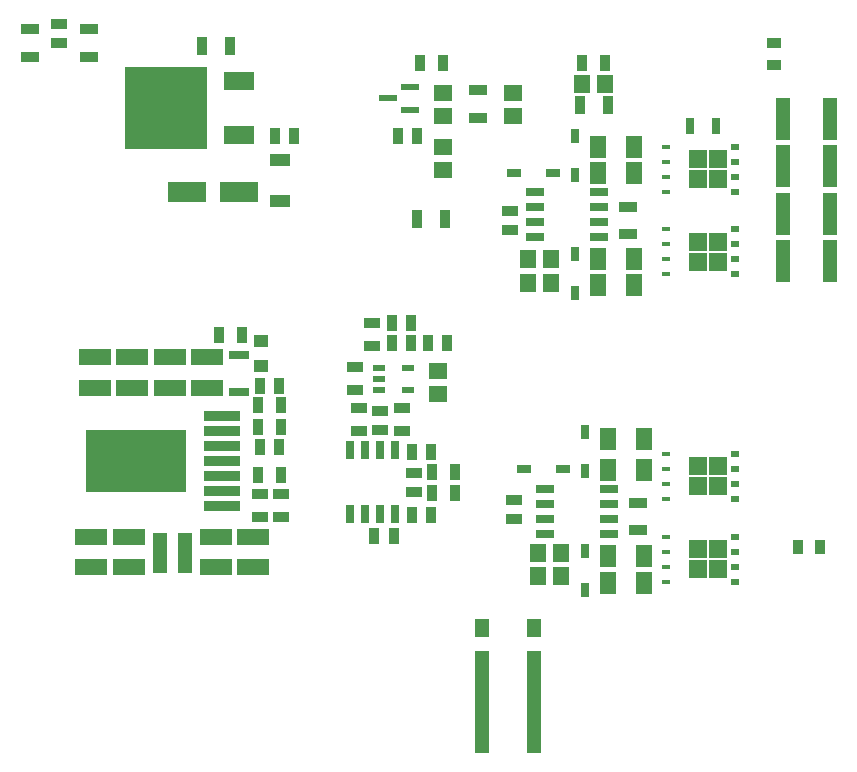
<source format=gtp>
G04*
G04 #@! TF.GenerationSoftware,Altium Limited,Altium Designer,20.1.12 (249)*
G04*
G04 Layer_Color=8421504*
%FSLAX44Y44*%
%MOMM*%
G71*
G04*
G04 #@! TF.SameCoordinates,85B36F8B-E135-4E31-A215-2F58F684B550*
G04*
G04*
G04 #@! TF.FilePolarity,Positive*
G04*
G01*
G75*
%ADD15R,1.5000X1.5000*%
%ADD16R,1.5000X1.5000*%
%ADD17R,0.7500X0.5000*%
%ADD18R,0.7500X0.4000*%
%ADD19R,1.2000X1.6000*%
%ADD20R,1.2000X8.7000*%
%ADD21R,1.2500X0.7500*%
%ADD22R,0.9500X1.4500*%
%ADD23R,1.5562X0.9562*%
%ADD24R,1.3900X0.9600*%
%ADD25R,0.9562X1.5562*%
%ADD26R,8.5400X5.3500*%
%ADD27R,3.0600X0.8900*%
%ADD28R,2.8200X1.4300*%
%ADD29R,1.2000X1.1000*%
%ADD30R,1.4500X0.9500*%
%ADD31R,1.5500X1.3500*%
%ADD32R,1.7000X1.0000*%
%ADD33R,0.9600X1.3900*%
%ADD34R,3.3000X1.8000*%
%ADD35R,1.1000X0.6000*%
%ADD36R,1.7800X0.7100*%
%ADD37R,1.3000X3.4000*%
%ADD38R,0.6500X1.5250*%
%ADD39R,7.0000X7.0000*%
%ADD40R,2.5000X1.5000*%
%ADD41R,1.3500X1.5500*%
%ADD42R,0.7500X1.2500*%
%ADD43R,1.3561X1.8582*%
%ADD44R,1.5250X0.6500*%
%ADD45R,1.3000X0.9000*%
%ADD46R,0.7500X1.4500*%
%ADD47R,1.2500X3.5200*%
%ADD48R,0.9000X1.3000*%
%ADD49R,1.5000X0.6000*%
D15*
X661000Y301500D02*
D03*
X678000D02*
D03*
X661000Y578500D02*
D03*
X678000D02*
D03*
X661000Y371500D02*
D03*
X678000D02*
D03*
X661000Y631500D02*
D03*
X678000D02*
D03*
D16*
X661000Y318500D02*
D03*
X678000D02*
D03*
X661000Y561500D02*
D03*
X678000D02*
D03*
X661000Y388500D02*
D03*
X678000D02*
D03*
X661000Y648500D02*
D03*
X678000D02*
D03*
D17*
X692050Y290949D02*
D03*
Y303649D02*
D03*
Y316349D02*
D03*
Y329049D02*
D03*
X692050Y550947D02*
D03*
Y563647D02*
D03*
Y576348D02*
D03*
Y589048D02*
D03*
X692050Y360951D02*
D03*
Y373651D02*
D03*
Y386351D02*
D03*
Y399051D02*
D03*
X692050Y620951D02*
D03*
Y633651D02*
D03*
Y646351D02*
D03*
Y659051D02*
D03*
D18*
X633950Y290945D02*
D03*
Y303645D02*
D03*
Y316345D02*
D03*
Y329045D02*
D03*
X633950Y550948D02*
D03*
Y563648D02*
D03*
Y576348D02*
D03*
Y589048D02*
D03*
X633950Y360945D02*
D03*
Y373645D02*
D03*
Y386345D02*
D03*
Y399045D02*
D03*
X633950Y620957D02*
D03*
Y633657D02*
D03*
Y646357D02*
D03*
Y659057D02*
D03*
D19*
X478000Y251250D02*
D03*
X522000D02*
D03*
D20*
Y188750D02*
D03*
X478000D02*
D03*
D21*
X505166Y636676D02*
D03*
X538166D02*
D03*
X513500Y386000D02*
D03*
X546500D02*
D03*
D22*
X444750Y729542D02*
D03*
X425250D02*
D03*
X274568Y500000D02*
D03*
X255068D02*
D03*
X307568Y381000D02*
D03*
X288067D02*
D03*
X435250Y383500D02*
D03*
X454750D02*
D03*
X435250Y365500D02*
D03*
X454750D02*
D03*
X307568Y422000D02*
D03*
X288067D02*
D03*
X307568Y440000D02*
D03*
X288067D02*
D03*
X562750Y730000D02*
D03*
X582250D02*
D03*
D23*
X94926Y758876D02*
D03*
Y735377D02*
D03*
X474616Y706969D02*
D03*
Y683469D02*
D03*
X145073Y758876D02*
D03*
Y735377D02*
D03*
X601666Y608427D02*
D03*
Y584926D02*
D03*
X610000Y357750D02*
D03*
Y334250D02*
D03*
D24*
X120000Y763100D02*
D03*
Y746900D02*
D03*
X392000Y419400D02*
D03*
Y435600D02*
D03*
X420000Y382600D02*
D03*
Y366400D02*
D03*
X501666Y604776D02*
D03*
Y588576D02*
D03*
X505000Y360100D02*
D03*
Y343900D02*
D03*
D25*
X240750Y744340D02*
D03*
X264250D02*
D03*
X446750Y597500D02*
D03*
X423250D02*
D03*
X584587Y694000D02*
D03*
X561087D02*
D03*
D26*
X184767Y393000D02*
D03*
D27*
X257817Y431100D02*
D03*
Y418400D02*
D03*
Y405700D02*
D03*
Y393000D02*
D03*
Y380300D02*
D03*
Y367600D02*
D03*
Y354900D02*
D03*
D28*
X150000Y455100D02*
D03*
Y480900D02*
D03*
X182000Y455100D02*
D03*
Y480900D02*
D03*
X213500Y455100D02*
D03*
Y480900D02*
D03*
X147000Y303100D02*
D03*
Y328900D02*
D03*
X178818Y303100D02*
D03*
Y328900D02*
D03*
X252817D02*
D03*
Y303100D02*
D03*
X284100Y328900D02*
D03*
Y303100D02*
D03*
X245000Y455100D02*
D03*
Y480900D02*
D03*
D29*
X290818Y473500D02*
D03*
Y494500D02*
D03*
D30*
X385000Y510250D02*
D03*
Y490750D02*
D03*
X289818Y364750D02*
D03*
Y345250D02*
D03*
X307817Y364750D02*
D03*
Y345250D02*
D03*
X370000Y472250D02*
D03*
Y452750D02*
D03*
X374000Y438250D02*
D03*
Y418750D02*
D03*
X410000Y438250D02*
D03*
Y418750D02*
D03*
D31*
X440443Y449707D02*
D03*
Y469207D02*
D03*
X445042Y639207D02*
D03*
Y658708D02*
D03*
Y685250D02*
D03*
Y704750D02*
D03*
X504190Y685250D02*
D03*
Y704750D02*
D03*
D32*
X306766Y612993D02*
D03*
Y647992D02*
D03*
D33*
X302656Y667992D02*
D03*
X318856D02*
D03*
X418100Y509500D02*
D03*
X401900D02*
D03*
Y492500D02*
D03*
X418100D02*
D03*
X435100Y400500D02*
D03*
X418900D02*
D03*
X403100Y329500D02*
D03*
X386900D02*
D03*
X435100Y347500D02*
D03*
X418900D02*
D03*
X448100Y492500D02*
D03*
X431900D02*
D03*
X305917Y405000D02*
D03*
X289718D02*
D03*
X305917Y456500D02*
D03*
X289718D02*
D03*
X406500Y668207D02*
D03*
X422700D02*
D03*
D34*
X271814Y620691D02*
D03*
X227814D02*
D03*
D35*
X415000Y472000D02*
D03*
Y453000D02*
D03*
X391000D02*
D03*
Y462500D02*
D03*
Y472000D02*
D03*
D36*
X271817Y482400D02*
D03*
Y451600D02*
D03*
D37*
X205317Y315000D02*
D03*
X226318D02*
D03*
D38*
X404050Y402120D02*
D03*
X391350D02*
D03*
X378650D02*
D03*
X365950D02*
D03*
Y347880D02*
D03*
X378650D02*
D03*
X391350D02*
D03*
X404050D02*
D03*
D39*
X210000Y692000D02*
D03*
D40*
X272500Y715000D02*
D03*
Y669000D02*
D03*
D41*
X562750Y712390D02*
D03*
X582250D02*
D03*
X516916Y563676D02*
D03*
X536416D02*
D03*
X516916Y543676D02*
D03*
X536416D02*
D03*
X525250Y296000D02*
D03*
X544750D02*
D03*
X525250Y315000D02*
D03*
X544750D02*
D03*
D42*
X556666Y668176D02*
D03*
Y635177D02*
D03*
Y535177D02*
D03*
Y568176D02*
D03*
X565000Y283500D02*
D03*
Y316500D02*
D03*
Y417500D02*
D03*
Y384500D02*
D03*
D43*
X576405Y658677D02*
D03*
X606927D02*
D03*
X576405Y636676D02*
D03*
X606927D02*
D03*
X576405Y563676D02*
D03*
X606927D02*
D03*
X576405Y541676D02*
D03*
X606927D02*
D03*
X615261Y412000D02*
D03*
X584739D02*
D03*
X615261Y385000D02*
D03*
X584739D02*
D03*
Y312500D02*
D03*
X615261D02*
D03*
X584739Y290000D02*
D03*
X615261D02*
D03*
D44*
X522546Y620726D02*
D03*
Y608026D02*
D03*
Y595326D02*
D03*
Y582626D02*
D03*
X576786D02*
D03*
Y595326D02*
D03*
Y608026D02*
D03*
Y620726D02*
D03*
X530880Y369050D02*
D03*
Y356350D02*
D03*
Y343650D02*
D03*
Y330950D02*
D03*
X585120D02*
D03*
Y343650D02*
D03*
Y356350D02*
D03*
Y369050D02*
D03*
D45*
X725000Y728000D02*
D03*
Y747000D02*
D03*
D46*
X654000Y676243D02*
D03*
X676000D02*
D03*
D47*
X732700Y682500D02*
D03*
X772300D02*
D03*
X732700Y642500D02*
D03*
X772300D02*
D03*
X732700Y602500D02*
D03*
X772300D02*
D03*
X732700Y562500D02*
D03*
X772300D02*
D03*
D48*
X745500Y320000D02*
D03*
X764500D02*
D03*
D49*
X398000Y700000D02*
D03*
X417000Y709500D02*
D03*
Y690500D02*
D03*
M02*

</source>
